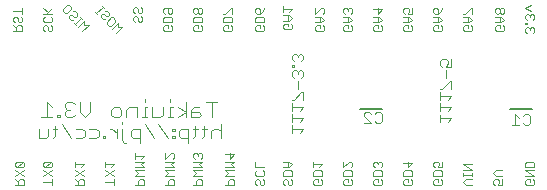
<source format=gbo>
G75*
%MOIN*%
%OFA0B0*%
%FSLAX25Y25*%
%IPPOS*%
%LPD*%
%AMOC8*
5,1,8,0,0,1.08239X$1,22.5*
%
%ADD10C,0.00300*%
%ADD11C,0.00400*%
%ADD12C,0.00750*%
D10*
X0006150Y0012400D02*
X0009052Y0012400D01*
X0009052Y0013851D01*
X0008569Y0014335D01*
X0007601Y0014335D01*
X0007117Y0013851D01*
X0007117Y0012400D01*
X0007117Y0013367D02*
X0006150Y0014335D01*
X0006150Y0015347D02*
X0009052Y0017281D01*
X0008569Y0018293D02*
X0006634Y0018293D01*
X0008569Y0020228D01*
X0006634Y0020228D01*
X0006150Y0019744D01*
X0006150Y0018777D01*
X0006634Y0018293D01*
X0006150Y0017281D02*
X0009052Y0015347D01*
X0008569Y0018293D02*
X0009052Y0018777D01*
X0009052Y0019744D01*
X0008569Y0020228D01*
X0015525Y0019744D02*
X0015525Y0018777D01*
X0016009Y0018293D01*
X0017944Y0020228D01*
X0016009Y0020228D01*
X0015525Y0019744D01*
X0017944Y0020228D02*
X0018427Y0019744D01*
X0018427Y0018777D01*
X0017944Y0018293D01*
X0016009Y0018293D01*
X0015525Y0017281D02*
X0018427Y0015347D01*
X0018427Y0017281D02*
X0015525Y0015347D01*
X0018427Y0014335D02*
X0018427Y0012400D01*
X0018427Y0013367D02*
X0015525Y0013367D01*
X0026150Y0012400D02*
X0029052Y0012400D01*
X0029052Y0013851D01*
X0028569Y0014335D01*
X0027601Y0014335D01*
X0027117Y0013851D01*
X0027117Y0012400D01*
X0027117Y0013367D02*
X0026150Y0014335D01*
X0026150Y0015347D02*
X0029052Y0017281D01*
X0028085Y0018293D02*
X0029052Y0019261D01*
X0026150Y0019261D01*
X0026150Y0020228D02*
X0026150Y0018293D01*
X0026150Y0017281D02*
X0029052Y0015347D01*
X0036150Y0015347D02*
X0039052Y0017281D01*
X0038085Y0018293D02*
X0039052Y0019261D01*
X0036150Y0019261D01*
X0036150Y0020228D02*
X0036150Y0018293D01*
X0036150Y0017281D02*
X0039052Y0015347D01*
X0039052Y0014335D02*
X0039052Y0012400D01*
X0039052Y0013367D02*
X0036150Y0013367D01*
X0046150Y0012400D02*
X0049052Y0012400D01*
X0049052Y0013851D01*
X0048569Y0014335D01*
X0047601Y0014335D01*
X0047117Y0013851D01*
X0047117Y0012400D01*
X0046150Y0015347D02*
X0047117Y0016314D01*
X0046150Y0017281D01*
X0049052Y0017281D01*
X0049052Y0018293D02*
X0046150Y0018293D01*
X0048085Y0019261D02*
X0049052Y0020228D01*
X0046150Y0020228D01*
X0048085Y0019261D02*
X0049052Y0018293D01*
X0049052Y0015347D02*
X0046150Y0015347D01*
X0056150Y0015347D02*
X0057117Y0016314D01*
X0056150Y0017281D01*
X0059052Y0017281D01*
X0059052Y0018293D02*
X0058085Y0019261D01*
X0059052Y0020228D01*
X0056150Y0020228D01*
X0056150Y0021240D02*
X0058085Y0023175D01*
X0058569Y0023175D01*
X0059052Y0022691D01*
X0059052Y0021723D01*
X0058569Y0021240D01*
X0056150Y0021240D02*
X0056150Y0023175D01*
X0049052Y0022207D02*
X0048085Y0021240D01*
X0049052Y0022207D02*
X0046150Y0022207D01*
X0046150Y0021240D02*
X0046150Y0023175D01*
X0056150Y0018293D02*
X0059052Y0018293D01*
X0059052Y0015347D02*
X0056150Y0015347D01*
X0057601Y0014335D02*
X0057117Y0013851D01*
X0057117Y0012400D01*
X0056150Y0012400D02*
X0059052Y0012400D01*
X0059052Y0013851D01*
X0058569Y0014335D01*
X0057601Y0014335D01*
X0065525Y0015347D02*
X0066492Y0016314D01*
X0065525Y0017281D01*
X0068427Y0017281D01*
X0068427Y0018293D02*
X0067460Y0019261D01*
X0068427Y0020228D01*
X0065525Y0020228D01*
X0066009Y0021240D02*
X0065525Y0021723D01*
X0065525Y0022691D01*
X0066009Y0023175D01*
X0066492Y0023175D01*
X0066976Y0022691D01*
X0066976Y0022207D01*
X0066976Y0022691D02*
X0067460Y0023175D01*
X0067944Y0023175D01*
X0068427Y0022691D01*
X0068427Y0021723D01*
X0067944Y0021240D01*
X0068427Y0018293D02*
X0065525Y0018293D01*
X0065525Y0015347D02*
X0068427Y0015347D01*
X0067944Y0014335D02*
X0066976Y0014335D01*
X0066492Y0013851D01*
X0066492Y0012400D01*
X0065525Y0012400D02*
X0068427Y0012400D01*
X0068427Y0013851D01*
X0067944Y0014335D01*
X0076150Y0015347D02*
X0077117Y0016314D01*
X0076150Y0017281D01*
X0079052Y0017281D01*
X0079052Y0018293D02*
X0076150Y0018293D01*
X0078085Y0019261D02*
X0079052Y0020228D01*
X0076150Y0020228D01*
X0078085Y0019261D02*
X0079052Y0018293D01*
X0079052Y0015347D02*
X0076150Y0015347D01*
X0077601Y0014335D02*
X0077117Y0013851D01*
X0077117Y0012400D01*
X0076150Y0012400D02*
X0079052Y0012400D01*
X0079052Y0013851D01*
X0078569Y0014335D01*
X0077601Y0014335D01*
X0086150Y0013851D02*
X0086150Y0012884D01*
X0086634Y0012400D01*
X0087601Y0012884D02*
X0087601Y0013851D01*
X0087117Y0014335D01*
X0086634Y0014335D01*
X0086150Y0013851D01*
X0087601Y0012884D02*
X0088085Y0012400D01*
X0088569Y0012400D01*
X0089052Y0012884D01*
X0089052Y0013851D01*
X0088569Y0014335D01*
X0088569Y0015347D02*
X0086634Y0015347D01*
X0086150Y0015830D01*
X0086150Y0016798D01*
X0086634Y0017281D01*
X0086150Y0018293D02*
X0086150Y0020228D01*
X0086150Y0018293D02*
X0089052Y0018293D01*
X0088569Y0017281D02*
X0089052Y0016798D01*
X0089052Y0015830D01*
X0088569Y0015347D01*
X0095525Y0015347D02*
X0095525Y0016798D01*
X0096009Y0017281D01*
X0097944Y0017281D01*
X0098427Y0016798D01*
X0098427Y0015347D01*
X0095525Y0015347D01*
X0096009Y0014335D02*
X0095525Y0013851D01*
X0095525Y0012884D01*
X0096009Y0012400D01*
X0096976Y0012884D02*
X0097460Y0012400D01*
X0097944Y0012400D01*
X0098427Y0012884D01*
X0098427Y0013851D01*
X0097944Y0014335D01*
X0096976Y0013851D02*
X0096976Y0012884D01*
X0096976Y0013851D02*
X0096492Y0014335D01*
X0096009Y0014335D01*
X0095525Y0018293D02*
X0097460Y0018293D01*
X0098427Y0019261D01*
X0097460Y0020228D01*
X0095525Y0020228D01*
X0096976Y0020228D02*
X0096976Y0018293D01*
X0105525Y0018293D02*
X0105525Y0020228D01*
X0105525Y0019261D02*
X0108427Y0019261D01*
X0107460Y0018293D01*
X0107944Y0017281D02*
X0106009Y0017281D01*
X0105525Y0016798D01*
X0105525Y0015347D01*
X0108427Y0015347D01*
X0108427Y0016798D01*
X0107944Y0017281D01*
X0107944Y0014335D02*
X0108427Y0013851D01*
X0108427Y0012884D01*
X0107944Y0012400D01*
X0106009Y0012400D01*
X0105525Y0012884D01*
X0105525Y0013851D01*
X0106009Y0014335D01*
X0106976Y0014335D01*
X0106976Y0013367D01*
X0115525Y0012884D02*
X0116009Y0012400D01*
X0117944Y0012400D01*
X0118427Y0012884D01*
X0118427Y0013851D01*
X0117944Y0014335D01*
X0116976Y0014335D02*
X0116976Y0013367D01*
X0116976Y0014335D02*
X0116009Y0014335D01*
X0115525Y0013851D01*
X0115525Y0012884D01*
X0115525Y0015347D02*
X0115525Y0016798D01*
X0116009Y0017281D01*
X0117944Y0017281D01*
X0118427Y0016798D01*
X0118427Y0015347D01*
X0115525Y0015347D01*
X0115525Y0018293D02*
X0117460Y0020228D01*
X0117944Y0020228D01*
X0118427Y0019744D01*
X0118427Y0018777D01*
X0117944Y0018293D01*
X0115525Y0018293D02*
X0115525Y0020228D01*
X0125525Y0019744D02*
X0125525Y0018777D01*
X0126009Y0018293D01*
X0126009Y0017281D02*
X0127944Y0017281D01*
X0128427Y0016798D01*
X0128427Y0015347D01*
X0125525Y0015347D01*
X0125525Y0016798D01*
X0126009Y0017281D01*
X0127944Y0018293D02*
X0128427Y0018777D01*
X0128427Y0019744D01*
X0127944Y0020228D01*
X0127460Y0020228D01*
X0126976Y0019744D01*
X0126492Y0020228D01*
X0126009Y0020228D01*
X0125525Y0019744D01*
X0126976Y0019744D02*
X0126976Y0019261D01*
X0135525Y0019744D02*
X0138427Y0019744D01*
X0136976Y0018293D01*
X0136976Y0020228D01*
X0136009Y0017281D02*
X0137944Y0017281D01*
X0138427Y0016798D01*
X0138427Y0015347D01*
X0135525Y0015347D01*
X0135525Y0016798D01*
X0136009Y0017281D01*
X0136009Y0014335D02*
X0136976Y0014335D01*
X0136976Y0013367D01*
X0136009Y0012400D02*
X0135525Y0012884D01*
X0135525Y0013851D01*
X0136009Y0014335D01*
X0137944Y0014335D02*
X0138427Y0013851D01*
X0138427Y0012884D01*
X0137944Y0012400D01*
X0136009Y0012400D01*
X0128427Y0012884D02*
X0127944Y0012400D01*
X0126009Y0012400D01*
X0125525Y0012884D01*
X0125525Y0013851D01*
X0126009Y0014335D01*
X0126976Y0014335D01*
X0126976Y0013367D01*
X0127944Y0014335D02*
X0128427Y0013851D01*
X0128427Y0012884D01*
X0145525Y0012884D02*
X0145525Y0013851D01*
X0146009Y0014335D01*
X0146976Y0014335D01*
X0146976Y0013367D01*
X0146009Y0012400D02*
X0145525Y0012884D01*
X0146009Y0012400D02*
X0147944Y0012400D01*
X0148427Y0012884D01*
X0148427Y0013851D01*
X0147944Y0014335D01*
X0148427Y0015347D02*
X0145525Y0015347D01*
X0145525Y0016798D01*
X0146009Y0017281D01*
X0147944Y0017281D01*
X0148427Y0016798D01*
X0148427Y0015347D01*
X0148427Y0018293D02*
X0146976Y0018293D01*
X0147460Y0019261D01*
X0147460Y0019744D01*
X0146976Y0020228D01*
X0146009Y0020228D01*
X0145525Y0019744D01*
X0145525Y0018777D01*
X0146009Y0018293D01*
X0148427Y0018293D02*
X0148427Y0020228D01*
X0155525Y0019246D02*
X0158427Y0019246D01*
X0158427Y0017311D02*
X0155525Y0019246D01*
X0155525Y0017311D02*
X0158427Y0017311D01*
X0158427Y0016314D02*
X0158427Y0015347D01*
X0158427Y0015830D02*
X0155525Y0015830D01*
X0155525Y0015347D02*
X0155525Y0016314D01*
X0156492Y0014335D02*
X0158427Y0014335D01*
X0156492Y0014335D02*
X0155525Y0013367D01*
X0156492Y0012400D01*
X0158427Y0012400D01*
X0165525Y0012884D02*
X0166009Y0012400D01*
X0165525Y0012884D02*
X0165525Y0013851D01*
X0166009Y0014335D01*
X0166976Y0014335D01*
X0167460Y0013851D01*
X0167460Y0013367D01*
X0166976Y0012400D01*
X0168427Y0012400D01*
X0168427Y0014335D01*
X0168427Y0015347D02*
X0166492Y0015347D01*
X0165525Y0016314D01*
X0166492Y0017281D01*
X0168427Y0017281D01*
X0176150Y0017281D02*
X0179052Y0017281D01*
X0179052Y0018293D02*
X0179052Y0019744D01*
X0178569Y0020228D01*
X0176634Y0020228D01*
X0176150Y0019744D01*
X0176150Y0018293D01*
X0179052Y0018293D01*
X0179052Y0015347D02*
X0176150Y0017281D01*
X0176150Y0015347D02*
X0179052Y0015347D01*
X0178569Y0014335D02*
X0179052Y0013851D01*
X0179052Y0012884D01*
X0178569Y0012400D01*
X0176634Y0012400D01*
X0176150Y0012884D01*
X0176150Y0013851D01*
X0176634Y0014335D01*
X0177601Y0014335D01*
X0177601Y0013367D01*
X0177108Y0032400D02*
X0175873Y0032400D01*
X0175256Y0033017D01*
X0174042Y0032400D02*
X0171573Y0032400D01*
X0172807Y0032400D02*
X0172807Y0036103D01*
X0174042Y0034869D01*
X0175256Y0035486D02*
X0175873Y0036103D01*
X0177108Y0036103D01*
X0177725Y0035486D01*
X0177725Y0033017D01*
X0177108Y0032400D01*
X0151478Y0034661D02*
X0147775Y0034661D01*
X0147775Y0035895D02*
X0147775Y0033426D01*
X0150244Y0033426D02*
X0151478Y0034661D01*
X0150244Y0037109D02*
X0151478Y0038344D01*
X0147775Y0038344D01*
X0147775Y0039578D02*
X0147775Y0037109D01*
X0147775Y0040792D02*
X0147775Y0043261D01*
X0147775Y0044476D02*
X0148392Y0044476D01*
X0150861Y0046944D01*
X0151478Y0046944D01*
X0151478Y0044476D01*
X0151478Y0042027D02*
X0147775Y0042027D01*
X0150244Y0040792D02*
X0151478Y0042027D01*
X0149627Y0048159D02*
X0149627Y0050627D01*
X0149627Y0051842D02*
X0150244Y0053076D01*
X0150244Y0053693D01*
X0149627Y0054311D01*
X0148392Y0054311D01*
X0147775Y0053693D01*
X0147775Y0052459D01*
X0148392Y0051842D01*
X0149627Y0051842D02*
X0151478Y0051842D01*
X0151478Y0054311D01*
X0147944Y0063650D02*
X0146009Y0063650D01*
X0145525Y0064134D01*
X0145525Y0065101D01*
X0146009Y0065585D01*
X0146976Y0065585D01*
X0146976Y0064617D01*
X0147944Y0063650D02*
X0148427Y0064134D01*
X0148427Y0065101D01*
X0147944Y0065585D01*
X0147460Y0066597D02*
X0148427Y0067564D01*
X0147460Y0068531D01*
X0145525Y0068531D01*
X0146009Y0069543D02*
X0145525Y0070027D01*
X0145525Y0070994D01*
X0146009Y0071478D01*
X0146492Y0071478D01*
X0146976Y0070994D01*
X0146976Y0069543D01*
X0146009Y0069543D01*
X0146976Y0069543D02*
X0147944Y0070511D01*
X0148427Y0071478D01*
X0146976Y0068531D02*
X0146976Y0066597D01*
X0147460Y0066597D02*
X0145525Y0066597D01*
X0138427Y0067564D02*
X0137460Y0068531D01*
X0135525Y0068531D01*
X0136009Y0069543D02*
X0135525Y0070027D01*
X0135525Y0070994D01*
X0136009Y0071478D01*
X0136976Y0071478D01*
X0137460Y0070994D01*
X0137460Y0070511D01*
X0136976Y0069543D01*
X0138427Y0069543D01*
X0138427Y0071478D01*
X0136976Y0068531D02*
X0136976Y0066597D01*
X0137460Y0066597D02*
X0138427Y0067564D01*
X0137460Y0066597D02*
X0135525Y0066597D01*
X0136009Y0065585D02*
X0136976Y0065585D01*
X0136976Y0064617D01*
X0136009Y0063650D02*
X0135525Y0064134D01*
X0135525Y0065101D01*
X0136009Y0065585D01*
X0137944Y0065585D02*
X0138427Y0065101D01*
X0138427Y0064134D01*
X0137944Y0063650D01*
X0136009Y0063650D01*
X0128427Y0064134D02*
X0127944Y0063650D01*
X0126009Y0063650D01*
X0125525Y0064134D01*
X0125525Y0065101D01*
X0126009Y0065585D01*
X0126976Y0065585D01*
X0126976Y0064617D01*
X0127944Y0065585D02*
X0128427Y0065101D01*
X0128427Y0064134D01*
X0127460Y0066597D02*
X0125525Y0066597D01*
X0126976Y0066597D02*
X0126976Y0068531D01*
X0127460Y0068531D02*
X0125525Y0068531D01*
X0126976Y0069543D02*
X0126976Y0071478D01*
X0125525Y0070994D02*
X0128427Y0070994D01*
X0126976Y0069543D01*
X0127460Y0068531D02*
X0128427Y0067564D01*
X0127460Y0066597D01*
X0118427Y0067564D02*
X0117460Y0068531D01*
X0115525Y0068531D01*
X0116009Y0069543D02*
X0115525Y0070027D01*
X0115525Y0070994D01*
X0116009Y0071478D01*
X0116492Y0071478D01*
X0116976Y0070994D01*
X0116976Y0070511D01*
X0116976Y0070994D02*
X0117460Y0071478D01*
X0117944Y0071478D01*
X0118427Y0070994D01*
X0118427Y0070027D01*
X0117944Y0069543D01*
X0116976Y0068531D02*
X0116976Y0066597D01*
X0117460Y0066597D02*
X0118427Y0067564D01*
X0117460Y0066597D02*
X0115525Y0066597D01*
X0116009Y0065585D02*
X0116976Y0065585D01*
X0116976Y0064617D01*
X0116009Y0063650D02*
X0115525Y0064134D01*
X0115525Y0065101D01*
X0116009Y0065585D01*
X0117944Y0065585D02*
X0118427Y0065101D01*
X0118427Y0064134D01*
X0117944Y0063650D01*
X0116009Y0063650D01*
X0109052Y0064134D02*
X0108569Y0063650D01*
X0106634Y0063650D01*
X0106150Y0064134D01*
X0106150Y0065101D01*
X0106634Y0065585D01*
X0107601Y0065585D01*
X0107601Y0064617D01*
X0108569Y0065585D02*
X0109052Y0065101D01*
X0109052Y0064134D01*
X0108085Y0066597D02*
X0106150Y0066597D01*
X0107601Y0066597D02*
X0107601Y0068531D01*
X0108085Y0068531D02*
X0106150Y0068531D01*
X0106150Y0069543D02*
X0108085Y0071478D01*
X0108569Y0071478D01*
X0109052Y0070994D01*
X0109052Y0070027D01*
X0108569Y0069543D01*
X0108085Y0068531D02*
X0109052Y0067564D01*
X0108085Y0066597D01*
X0106150Y0069543D02*
X0106150Y0071478D01*
X0098427Y0071136D02*
X0095525Y0071136D01*
X0095525Y0072103D02*
X0095525Y0070168D01*
X0097460Y0070168D02*
X0098427Y0071136D01*
X0097460Y0069156D02*
X0095525Y0069156D01*
X0096976Y0069156D02*
X0096976Y0067222D01*
X0097460Y0067222D02*
X0098427Y0068189D01*
X0097460Y0069156D01*
X0097460Y0067222D02*
X0095525Y0067222D01*
X0096009Y0066210D02*
X0096976Y0066210D01*
X0096976Y0065242D01*
X0096009Y0064275D02*
X0095525Y0064759D01*
X0095525Y0065726D01*
X0096009Y0066210D01*
X0097944Y0066210D02*
X0098427Y0065726D01*
X0098427Y0064759D01*
X0097944Y0064275D01*
X0096009Y0064275D01*
X0089052Y0064134D02*
X0088569Y0063650D01*
X0086634Y0063650D01*
X0086150Y0064134D01*
X0086150Y0065101D01*
X0086634Y0065585D01*
X0087601Y0065585D01*
X0087601Y0064617D01*
X0088569Y0065585D02*
X0089052Y0065101D01*
X0089052Y0064134D01*
X0089052Y0066597D02*
X0086150Y0066597D01*
X0086150Y0068048D01*
X0086634Y0068531D01*
X0088569Y0068531D01*
X0089052Y0068048D01*
X0089052Y0066597D01*
X0087601Y0069543D02*
X0086634Y0069543D01*
X0086150Y0070027D01*
X0086150Y0070994D01*
X0086634Y0071478D01*
X0087117Y0071478D01*
X0087601Y0070994D01*
X0087601Y0069543D01*
X0088569Y0070511D01*
X0089052Y0071478D01*
X0078427Y0071478D02*
X0078427Y0069543D01*
X0077944Y0068531D02*
X0076009Y0068531D01*
X0075525Y0068048D01*
X0075525Y0066597D01*
X0078427Y0066597D01*
X0078427Y0068048D01*
X0077944Y0068531D01*
X0076009Y0069543D02*
X0075525Y0069543D01*
X0076009Y0069543D02*
X0077944Y0071478D01*
X0078427Y0071478D01*
X0068427Y0070994D02*
X0068427Y0070027D01*
X0067944Y0069543D01*
X0067460Y0069543D01*
X0066976Y0070027D01*
X0066976Y0070994D01*
X0066492Y0071478D01*
X0066009Y0071478D01*
X0065525Y0070994D01*
X0065525Y0070027D01*
X0066009Y0069543D01*
X0066492Y0069543D01*
X0066976Y0070027D01*
X0066009Y0068531D02*
X0067944Y0068531D01*
X0068427Y0068048D01*
X0068427Y0066597D01*
X0065525Y0066597D01*
X0065525Y0068048D01*
X0066009Y0068531D01*
X0066976Y0070994D02*
X0067460Y0071478D01*
X0067944Y0071478D01*
X0068427Y0070994D01*
X0058427Y0070994D02*
X0058427Y0070027D01*
X0057944Y0069543D01*
X0057460Y0069543D01*
X0056976Y0070027D01*
X0056976Y0071478D01*
X0056009Y0071478D02*
X0057944Y0071478D01*
X0058427Y0070994D01*
X0056009Y0071478D02*
X0055525Y0070994D01*
X0055525Y0070027D01*
X0056009Y0069543D01*
X0056009Y0068531D02*
X0057944Y0068531D01*
X0058427Y0068048D01*
X0058427Y0066597D01*
X0055525Y0066597D01*
X0055525Y0068048D01*
X0056009Y0068531D01*
X0056009Y0065585D02*
X0056976Y0065585D01*
X0056976Y0064617D01*
X0056009Y0063650D02*
X0055525Y0064134D01*
X0055525Y0065101D01*
X0056009Y0065585D01*
X0057944Y0065585D02*
X0058427Y0065101D01*
X0058427Y0064134D01*
X0057944Y0063650D01*
X0056009Y0063650D01*
X0048427Y0067259D02*
X0047944Y0066775D01*
X0047460Y0066775D01*
X0046976Y0067259D01*
X0046976Y0068226D01*
X0046492Y0068710D01*
X0046009Y0068710D01*
X0045525Y0068226D01*
X0045525Y0067259D01*
X0046009Y0066775D01*
X0048427Y0067259D02*
X0048427Y0068226D01*
X0047944Y0068710D01*
X0047944Y0069722D02*
X0047460Y0069722D01*
X0046976Y0070205D01*
X0046976Y0071173D01*
X0046492Y0071656D01*
X0046009Y0071656D01*
X0045525Y0071173D01*
X0045525Y0070205D01*
X0046009Y0069722D01*
X0047944Y0069722D02*
X0048427Y0070205D01*
X0048427Y0071173D01*
X0047944Y0071656D01*
X0039377Y0067565D02*
X0039377Y0066881D01*
X0038009Y0065513D01*
X0037324Y0065513D01*
X0036640Y0066197D01*
X0036640Y0066881D01*
X0038009Y0068249D01*
X0038693Y0068249D01*
X0039377Y0067565D01*
X0040434Y0066508D02*
X0038382Y0064455D01*
X0040434Y0065139D02*
X0040434Y0066508D01*
X0040434Y0065139D02*
X0041802Y0065139D01*
X0039750Y0063087D01*
X0030552Y0065764D02*
X0029184Y0065764D01*
X0029184Y0067133D01*
X0027132Y0065080D01*
X0026416Y0065796D02*
X0025732Y0066480D01*
X0026074Y0066138D02*
X0028127Y0068190D01*
X0028469Y0067848D02*
X0027785Y0068532D01*
X0026738Y0068895D02*
X0026738Y0069579D01*
X0026054Y0070263D01*
X0025370Y0070263D01*
X0024654Y0070978D02*
X0023286Y0069610D01*
X0022602Y0069610D01*
X0021918Y0070294D01*
X0021918Y0070978D01*
X0023286Y0072347D01*
X0023970Y0072347D01*
X0024654Y0071663D01*
X0024654Y0070978D01*
X0024343Y0069237D02*
X0024001Y0068895D01*
X0024001Y0068211D01*
X0024685Y0067527D01*
X0025370Y0067527D01*
X0025712Y0068553D02*
X0025028Y0069237D01*
X0024343Y0069237D01*
X0025712Y0068553D02*
X0026396Y0068553D01*
X0026738Y0068895D01*
X0032815Y0070022D02*
X0033499Y0069338D01*
X0033157Y0069680D02*
X0035210Y0071732D01*
X0035552Y0071390D02*
X0034868Y0072074D01*
X0035925Y0070333D02*
X0036609Y0070333D01*
X0037293Y0069649D01*
X0037293Y0068964D01*
X0036951Y0068622D01*
X0036267Y0068622D01*
X0035583Y0069306D01*
X0034899Y0069306D01*
X0034557Y0068964D01*
X0034557Y0068280D01*
X0035241Y0067596D01*
X0035925Y0067596D01*
X0030552Y0065764D02*
X0028500Y0063712D01*
X0018427Y0064134D02*
X0017944Y0063650D01*
X0017460Y0063650D01*
X0016976Y0064134D01*
X0016976Y0065101D01*
X0016492Y0065585D01*
X0016009Y0065585D01*
X0015525Y0065101D01*
X0015525Y0064134D01*
X0016009Y0063650D01*
X0018427Y0064134D02*
X0018427Y0065101D01*
X0017944Y0065585D01*
X0017944Y0066597D02*
X0016009Y0066597D01*
X0015525Y0067080D01*
X0015525Y0068048D01*
X0016009Y0068531D01*
X0016492Y0069543D02*
X0018427Y0071478D01*
X0016976Y0070027D02*
X0015525Y0071478D01*
X0015525Y0069543D02*
X0018427Y0069543D01*
X0017944Y0068531D02*
X0018427Y0068048D01*
X0018427Y0067080D01*
X0017944Y0066597D01*
X0008427Y0067080D02*
X0007944Y0066597D01*
X0007460Y0066597D01*
X0006976Y0067080D01*
X0006976Y0068048D01*
X0006492Y0068531D01*
X0006009Y0068531D01*
X0005525Y0068048D01*
X0005525Y0067080D01*
X0006009Y0066597D01*
X0005525Y0065585D02*
X0006492Y0064617D01*
X0006492Y0065101D02*
X0006492Y0063650D01*
X0005525Y0063650D02*
X0008427Y0063650D01*
X0008427Y0065101D01*
X0007944Y0065585D01*
X0006976Y0065585D01*
X0006492Y0065101D01*
X0008427Y0067080D02*
X0008427Y0068048D01*
X0007944Y0068531D01*
X0008427Y0069543D02*
X0008427Y0071478D01*
X0008427Y0070511D02*
X0005525Y0070511D01*
X0065525Y0065101D02*
X0065525Y0064134D01*
X0066009Y0063650D01*
X0067944Y0063650D01*
X0068427Y0064134D01*
X0068427Y0065101D01*
X0067944Y0065585D01*
X0066976Y0065585D02*
X0066976Y0064617D01*
X0066976Y0065585D02*
X0066009Y0065585D01*
X0065525Y0065101D01*
X0075525Y0065101D02*
X0075525Y0064134D01*
X0076009Y0063650D01*
X0077944Y0063650D01*
X0078427Y0064134D01*
X0078427Y0065101D01*
X0077944Y0065585D01*
X0076976Y0065585D02*
X0076976Y0064617D01*
X0076976Y0065585D02*
X0076009Y0065585D01*
X0075525Y0065101D01*
X0098400Y0055568D02*
X0098400Y0054334D01*
X0099017Y0053717D01*
X0099017Y0052492D02*
X0098400Y0052492D01*
X0098400Y0051875D01*
X0099017Y0051875D01*
X0099017Y0052492D01*
X0101486Y0053717D02*
X0102103Y0054334D01*
X0102103Y0055568D01*
X0101486Y0056186D01*
X0100869Y0056186D01*
X0100252Y0055568D01*
X0099634Y0056186D01*
X0099017Y0056186D01*
X0098400Y0055568D01*
X0100252Y0055568D02*
X0100252Y0054951D01*
X0100869Y0050661D02*
X0100252Y0050044D01*
X0099634Y0050661D01*
X0099017Y0050661D01*
X0098400Y0050044D01*
X0098400Y0048809D01*
X0099017Y0048192D01*
X0100252Y0049427D02*
X0100252Y0050044D01*
X0100869Y0050661D02*
X0101486Y0050661D01*
X0102103Y0050044D01*
X0102103Y0048809D01*
X0101486Y0048192D01*
X0100252Y0046978D02*
X0100252Y0044509D01*
X0101486Y0043295D02*
X0099017Y0040826D01*
X0098400Y0040826D01*
X0098400Y0039611D02*
X0098400Y0037143D01*
X0098400Y0035928D02*
X0098400Y0033460D01*
X0098400Y0032245D02*
X0098400Y0029776D01*
X0098400Y0031011D02*
X0102103Y0031011D01*
X0100869Y0029776D01*
X0100869Y0033460D02*
X0102103Y0034694D01*
X0098400Y0034694D01*
X0100869Y0037143D02*
X0102103Y0038377D01*
X0098400Y0038377D01*
X0102103Y0040826D02*
X0102103Y0043295D01*
X0101486Y0043295D01*
X0122198Y0036111D02*
X0122815Y0036728D01*
X0124050Y0036728D01*
X0124667Y0036111D01*
X0125881Y0036111D02*
X0126498Y0036728D01*
X0127733Y0036728D01*
X0128350Y0036111D01*
X0128350Y0033642D01*
X0127733Y0033025D01*
X0126498Y0033025D01*
X0125881Y0033642D01*
X0124667Y0033025D02*
X0122198Y0035494D01*
X0122198Y0036111D01*
X0122198Y0033025D02*
X0124667Y0033025D01*
X0079052Y0022691D02*
X0077601Y0021240D01*
X0077601Y0023175D01*
X0076150Y0022691D02*
X0079052Y0022691D01*
X0155525Y0064134D02*
X0155525Y0065101D01*
X0156009Y0065585D01*
X0156976Y0065585D01*
X0156976Y0064617D01*
X0156009Y0063650D02*
X0155525Y0064134D01*
X0156009Y0063650D02*
X0157944Y0063650D01*
X0158427Y0064134D01*
X0158427Y0065101D01*
X0157944Y0065585D01*
X0157460Y0066597D02*
X0155525Y0066597D01*
X0156976Y0066597D02*
X0156976Y0068531D01*
X0157460Y0068531D02*
X0155525Y0068531D01*
X0155525Y0069543D02*
X0156009Y0069543D01*
X0157944Y0071478D01*
X0158427Y0071478D01*
X0158427Y0069543D01*
X0157460Y0068531D02*
X0158427Y0067564D01*
X0157460Y0066597D01*
X0166150Y0066597D02*
X0168085Y0066597D01*
X0169052Y0067564D01*
X0168085Y0068531D01*
X0166150Y0068531D01*
X0166634Y0069543D02*
X0167117Y0069543D01*
X0167601Y0070027D01*
X0167601Y0070994D01*
X0167117Y0071478D01*
X0166634Y0071478D01*
X0166150Y0070994D01*
X0166150Y0070027D01*
X0166634Y0069543D01*
X0167601Y0070027D02*
X0168085Y0069543D01*
X0168569Y0069543D01*
X0169052Y0070027D01*
X0169052Y0070994D01*
X0168569Y0071478D01*
X0168085Y0071478D01*
X0167601Y0070994D01*
X0167601Y0068531D02*
X0167601Y0066597D01*
X0167601Y0065585D02*
X0167601Y0064617D01*
X0167601Y0065585D02*
X0166634Y0065585D01*
X0166150Y0065101D01*
X0166150Y0064134D01*
X0166634Y0063650D01*
X0168569Y0063650D01*
X0169052Y0064134D01*
X0169052Y0065101D01*
X0168569Y0065585D01*
X0176150Y0065972D02*
X0176150Y0066455D01*
X0176634Y0066455D01*
X0176634Y0065972D01*
X0176150Y0065972D01*
X0176634Y0067445D02*
X0176150Y0067929D01*
X0176150Y0068896D01*
X0176634Y0069380D01*
X0177117Y0069380D01*
X0177601Y0068896D01*
X0177601Y0068412D01*
X0177601Y0068896D02*
X0178085Y0069380D01*
X0178569Y0069380D01*
X0179052Y0068896D01*
X0179052Y0067929D01*
X0178569Y0067445D01*
X0178569Y0064960D02*
X0178085Y0064960D01*
X0177601Y0064476D01*
X0177117Y0064960D01*
X0176634Y0064960D01*
X0176150Y0064476D01*
X0176150Y0063509D01*
X0176634Y0063025D01*
X0177601Y0063992D02*
X0177601Y0064476D01*
X0178569Y0064960D02*
X0179052Y0064476D01*
X0179052Y0063509D01*
X0178569Y0063025D01*
X0178085Y0070391D02*
X0176150Y0071359D01*
X0178085Y0072326D01*
D11*
X0074550Y0032679D02*
X0074550Y0028075D01*
X0074550Y0030377D02*
X0073783Y0031144D01*
X0072248Y0031144D01*
X0071481Y0030377D01*
X0071481Y0028075D01*
X0069179Y0028842D02*
X0068411Y0028075D01*
X0069179Y0028842D02*
X0069179Y0031912D01*
X0069946Y0031144D02*
X0068411Y0031144D01*
X0066877Y0031144D02*
X0065342Y0031144D01*
X0066109Y0031912D02*
X0066109Y0028842D01*
X0065342Y0028075D01*
X0063808Y0028075D02*
X0061506Y0028075D01*
X0060738Y0028842D01*
X0060738Y0030377D01*
X0061506Y0031144D01*
X0063808Y0031144D01*
X0063808Y0026540D01*
X0059204Y0028075D02*
X0059204Y0028842D01*
X0058436Y0028842D01*
X0058436Y0028075D01*
X0059204Y0028075D01*
X0059204Y0030377D02*
X0058436Y0030377D01*
X0058436Y0031144D01*
X0059204Y0031144D01*
X0059204Y0030377D01*
X0056902Y0028075D02*
X0053832Y0032679D01*
X0054385Y0034950D02*
X0051783Y0034950D01*
X0051783Y0038420D01*
X0050096Y0038420D02*
X0049229Y0038420D01*
X0049229Y0034950D01*
X0050096Y0034950D02*
X0048361Y0034950D01*
X0046659Y0034950D02*
X0046659Y0038420D01*
X0044056Y0038420D01*
X0043189Y0037552D01*
X0043189Y0034950D01*
X0041502Y0035817D02*
X0040635Y0034950D01*
X0038900Y0034950D01*
X0038033Y0035817D01*
X0038033Y0037552D01*
X0038900Y0038420D01*
X0040635Y0038420D01*
X0041502Y0037552D01*
X0041502Y0035817D01*
X0041555Y0033446D02*
X0041555Y0032679D01*
X0041555Y0031144D02*
X0041555Y0027308D01*
X0042323Y0026540D01*
X0043090Y0026540D01*
X0045392Y0028075D02*
X0047694Y0028075D01*
X0045392Y0028075D02*
X0044625Y0028842D01*
X0044625Y0030377D01*
X0045392Y0031144D01*
X0047694Y0031144D01*
X0047694Y0026540D01*
X0052298Y0028075D02*
X0049228Y0032679D01*
X0054385Y0034950D02*
X0055253Y0035817D01*
X0055253Y0038420D01*
X0057823Y0038420D02*
X0057823Y0034950D01*
X0058690Y0034950D02*
X0056955Y0034950D01*
X0060385Y0034950D02*
X0062987Y0036685D01*
X0060385Y0038420D01*
X0058690Y0038420D02*
X0057823Y0038420D01*
X0057823Y0040154D02*
X0057823Y0041022D01*
X0062987Y0040154D02*
X0062987Y0034950D01*
X0064674Y0034950D02*
X0067276Y0034950D01*
X0068144Y0035817D01*
X0067276Y0036685D01*
X0064674Y0036685D01*
X0064674Y0037552D02*
X0064674Y0034950D01*
X0064674Y0037552D02*
X0065541Y0038420D01*
X0067276Y0038420D01*
X0069830Y0040154D02*
X0073300Y0040154D01*
X0071565Y0040154D02*
X0071565Y0034950D01*
X0049229Y0040154D02*
X0049229Y0041022D01*
X0031189Y0040154D02*
X0031189Y0036685D01*
X0029455Y0034950D01*
X0027720Y0036685D01*
X0027720Y0040154D01*
X0026033Y0039287D02*
X0025166Y0040154D01*
X0023431Y0040154D01*
X0022563Y0039287D01*
X0022563Y0038420D01*
X0023431Y0037552D01*
X0022563Y0036685D01*
X0022563Y0035817D01*
X0023431Y0034950D01*
X0025166Y0034950D01*
X0026033Y0035817D01*
X0024298Y0037552D02*
X0023431Y0037552D01*
X0020877Y0035817D02*
X0020009Y0035817D01*
X0020009Y0034950D01*
X0020877Y0034950D01*
X0020877Y0035817D01*
X0018298Y0034950D02*
X0014829Y0034950D01*
X0016564Y0034950D02*
X0016564Y0040154D01*
X0018298Y0038420D01*
X0021605Y0032679D02*
X0024674Y0028075D01*
X0026209Y0028075D02*
X0028511Y0028075D01*
X0029278Y0028842D01*
X0029278Y0030377D01*
X0028511Y0031144D01*
X0026209Y0031144D01*
X0030813Y0031144D02*
X0033115Y0031144D01*
X0033882Y0030377D01*
X0033882Y0028842D01*
X0033115Y0028075D01*
X0030813Y0028075D01*
X0035417Y0028075D02*
X0036184Y0028075D01*
X0036184Y0028842D01*
X0035417Y0028842D01*
X0035417Y0028075D01*
X0038486Y0031144D02*
X0040021Y0029610D01*
X0040021Y0031144D02*
X0040021Y0028075D01*
X0038486Y0031144D02*
X0037719Y0031144D01*
X0020070Y0031144D02*
X0018536Y0031144D01*
X0019303Y0031912D02*
X0019303Y0028842D01*
X0018536Y0028075D01*
X0017001Y0028842D02*
X0016234Y0028075D01*
X0013932Y0028075D01*
X0013932Y0031144D01*
X0017001Y0031144D02*
X0017001Y0028842D01*
D12*
X0121000Y0037875D02*
X0128500Y0037875D01*
X0171000Y0037875D02*
X0178500Y0037875D01*
M02*

</source>
